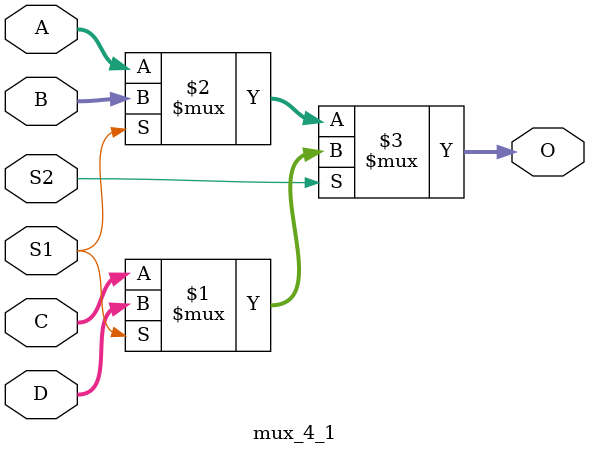
<source format=v>
`timescale 1ns / 1ps

module mux_4_1(
    input S1,
    input S2,
    input [3:0] A,
    input [3:0] B,
    input [3:0] C,
    input [3:0] D,
    output [3:0] O
    
    );
    assign O = S2 ? (S1 ? D : C) : (S1 ? B : A); 
endmodule

</source>
